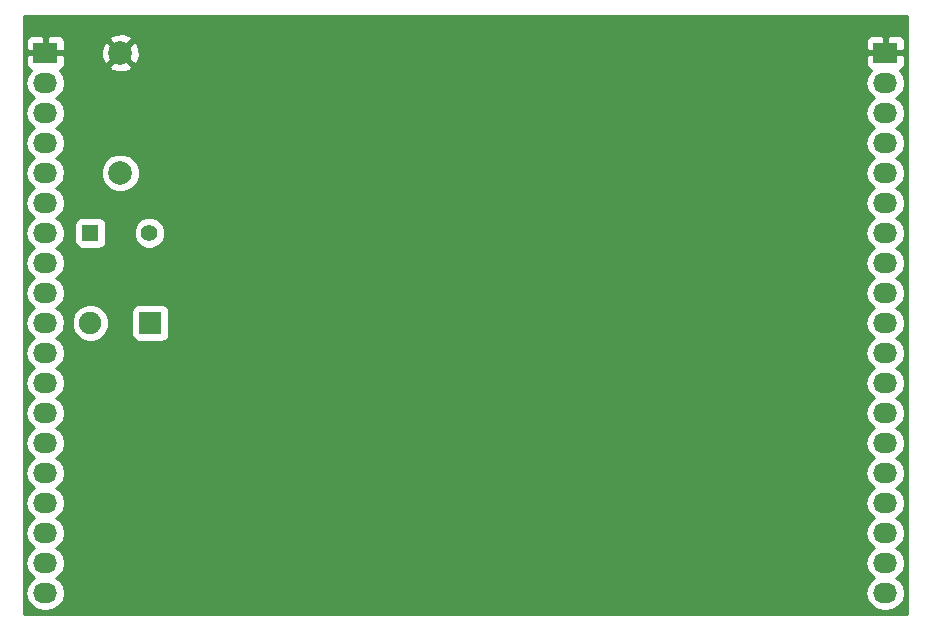
<source format=gbr>
G04 #@! TF.FileFunction,Copper,L2,Bot,Signal*
%FSLAX46Y46*%
G04 Gerber Fmt 4.6, Leading zero omitted, Abs format (unit mm)*
G04 Created by KiCad (PCBNEW 4.0.3+e1-6302~38~ubuntu16.04.1-stable) date Thu Aug 25 17:13:24 2016*
%MOMM*%
%LPD*%
G01*
G04 APERTURE LIST*
%ADD10C,0.100000*%
%ADD11C,1.998980*%
%ADD12R,1.400000X1.400000*%
%ADD13C,1.400000*%
%ADD14R,1.905000X1.905000*%
%ADD15C,1.905000*%
%ADD16R,2.032000X1.727200*%
%ADD17O,2.032000X1.727200*%
%ADD18C,0.254000*%
G04 APERTURE END LIST*
D10*
D11*
X92710000Y-73660000D03*
X92710000Y-63500000D03*
D12*
X90170000Y-78740000D03*
D13*
X95170000Y-78740000D03*
D14*
X95250000Y-86360000D03*
D15*
X90170000Y-86360000D03*
D16*
X86360000Y-63500000D03*
D17*
X86360000Y-66040000D03*
X86360000Y-68580000D03*
X86360000Y-71120000D03*
X86360000Y-73660000D03*
X86360000Y-76200000D03*
X86360000Y-78740000D03*
X86360000Y-81280000D03*
X86360000Y-83820000D03*
X86360000Y-86360000D03*
X86360000Y-88900000D03*
X86360000Y-91440000D03*
X86360000Y-93980000D03*
X86360000Y-96520000D03*
X86360000Y-99060000D03*
X86360000Y-101600000D03*
X86360000Y-104140000D03*
X86360000Y-106680000D03*
X86360000Y-109220000D03*
D16*
X157480000Y-63500000D03*
D17*
X157480000Y-66040000D03*
X157480000Y-68580000D03*
X157480000Y-71120000D03*
X157480000Y-73660000D03*
X157480000Y-76200000D03*
X157480000Y-78740000D03*
X157480000Y-81280000D03*
X157480000Y-83820000D03*
X157480000Y-86360000D03*
X157480000Y-88900000D03*
X157480000Y-91440000D03*
X157480000Y-93980000D03*
X157480000Y-96520000D03*
X157480000Y-99060000D03*
X157480000Y-101600000D03*
X157480000Y-104140000D03*
X157480000Y-106680000D03*
X157480000Y-109220000D03*
D18*
G36*
X159310000Y-111050000D02*
X84530000Y-111050000D01*
X84530000Y-66040000D01*
X84676655Y-66040000D01*
X84790729Y-66613489D01*
X85115585Y-67099670D01*
X85430366Y-67310000D01*
X85115585Y-67520330D01*
X84790729Y-68006511D01*
X84676655Y-68580000D01*
X84790729Y-69153489D01*
X85115585Y-69639670D01*
X85430366Y-69850000D01*
X85115585Y-70060330D01*
X84790729Y-70546511D01*
X84676655Y-71120000D01*
X84790729Y-71693489D01*
X85115585Y-72179670D01*
X85430366Y-72390000D01*
X85115585Y-72600330D01*
X84790729Y-73086511D01*
X84676655Y-73660000D01*
X84790729Y-74233489D01*
X85115585Y-74719670D01*
X85430366Y-74930000D01*
X85115585Y-75140330D01*
X84790729Y-75626511D01*
X84676655Y-76200000D01*
X84790729Y-76773489D01*
X85115585Y-77259670D01*
X85430366Y-77470000D01*
X85115585Y-77680330D01*
X84790729Y-78166511D01*
X84676655Y-78740000D01*
X84790729Y-79313489D01*
X85115585Y-79799670D01*
X85430366Y-80010000D01*
X85115585Y-80220330D01*
X84790729Y-80706511D01*
X84676655Y-81280000D01*
X84790729Y-81853489D01*
X85115585Y-82339670D01*
X85430366Y-82550000D01*
X85115585Y-82760330D01*
X84790729Y-83246511D01*
X84676655Y-83820000D01*
X84790729Y-84393489D01*
X85115585Y-84879670D01*
X85430366Y-85090000D01*
X85115585Y-85300330D01*
X84790729Y-85786511D01*
X84676655Y-86360000D01*
X84790729Y-86933489D01*
X85115585Y-87419670D01*
X85430366Y-87630000D01*
X85115585Y-87840330D01*
X84790729Y-88326511D01*
X84676655Y-88900000D01*
X84790729Y-89473489D01*
X85115585Y-89959670D01*
X85430366Y-90170000D01*
X85115585Y-90380330D01*
X84790729Y-90866511D01*
X84676655Y-91440000D01*
X84790729Y-92013489D01*
X85115585Y-92499670D01*
X85430366Y-92710000D01*
X85115585Y-92920330D01*
X84790729Y-93406511D01*
X84676655Y-93980000D01*
X84790729Y-94553489D01*
X85115585Y-95039670D01*
X85430366Y-95250000D01*
X85115585Y-95460330D01*
X84790729Y-95946511D01*
X84676655Y-96520000D01*
X84790729Y-97093489D01*
X85115585Y-97579670D01*
X85430366Y-97790000D01*
X85115585Y-98000330D01*
X84790729Y-98486511D01*
X84676655Y-99060000D01*
X84790729Y-99633489D01*
X85115585Y-100119670D01*
X85430366Y-100330000D01*
X85115585Y-100540330D01*
X84790729Y-101026511D01*
X84676655Y-101600000D01*
X84790729Y-102173489D01*
X85115585Y-102659670D01*
X85430366Y-102870000D01*
X85115585Y-103080330D01*
X84790729Y-103566511D01*
X84676655Y-104140000D01*
X84790729Y-104713489D01*
X85115585Y-105199670D01*
X85430366Y-105410000D01*
X85115585Y-105620330D01*
X84790729Y-106106511D01*
X84676655Y-106680000D01*
X84790729Y-107253489D01*
X85115585Y-107739670D01*
X85430366Y-107950000D01*
X85115585Y-108160330D01*
X84790729Y-108646511D01*
X84676655Y-109220000D01*
X84790729Y-109793489D01*
X85115585Y-110279670D01*
X85601766Y-110604526D01*
X86175255Y-110718600D01*
X86544745Y-110718600D01*
X87118234Y-110604526D01*
X87604415Y-110279670D01*
X87929271Y-109793489D01*
X88043345Y-109220000D01*
X87929271Y-108646511D01*
X87604415Y-108160330D01*
X87289634Y-107950000D01*
X87604415Y-107739670D01*
X87929271Y-107253489D01*
X88043345Y-106680000D01*
X87929271Y-106106511D01*
X87604415Y-105620330D01*
X87289634Y-105410000D01*
X87604415Y-105199670D01*
X87929271Y-104713489D01*
X88043345Y-104140000D01*
X87929271Y-103566511D01*
X87604415Y-103080330D01*
X87289634Y-102870000D01*
X87604415Y-102659670D01*
X87929271Y-102173489D01*
X88043345Y-101600000D01*
X87929271Y-101026511D01*
X87604415Y-100540330D01*
X87289634Y-100330000D01*
X87604415Y-100119670D01*
X87929271Y-99633489D01*
X88043345Y-99060000D01*
X87929271Y-98486511D01*
X87604415Y-98000330D01*
X87289634Y-97790000D01*
X87604415Y-97579670D01*
X87929271Y-97093489D01*
X88043345Y-96520000D01*
X87929271Y-95946511D01*
X87604415Y-95460330D01*
X87289634Y-95250000D01*
X87604415Y-95039670D01*
X87929271Y-94553489D01*
X88043345Y-93980000D01*
X87929271Y-93406511D01*
X87604415Y-92920330D01*
X87289634Y-92710000D01*
X87604415Y-92499670D01*
X87929271Y-92013489D01*
X88043345Y-91440000D01*
X87929271Y-90866511D01*
X87604415Y-90380330D01*
X87289634Y-90170000D01*
X87604415Y-89959670D01*
X87929271Y-89473489D01*
X88043345Y-88900000D01*
X87929271Y-88326511D01*
X87604415Y-87840330D01*
X87289634Y-87630000D01*
X87604415Y-87419670D01*
X87929271Y-86933489D01*
X87980809Y-86674388D01*
X88582225Y-86674388D01*
X88823398Y-87258072D01*
X89269579Y-87705032D01*
X89852841Y-87947224D01*
X90484388Y-87947775D01*
X91068072Y-87706602D01*
X91515032Y-87260421D01*
X91757224Y-86677159D01*
X91757775Y-86045612D01*
X91516602Y-85461928D01*
X91462269Y-85407500D01*
X93650060Y-85407500D01*
X93650060Y-87312500D01*
X93694338Y-87547817D01*
X93833410Y-87763941D01*
X94045610Y-87908931D01*
X94297500Y-87959940D01*
X96202500Y-87959940D01*
X96437817Y-87915662D01*
X96653941Y-87776590D01*
X96798931Y-87564390D01*
X96849940Y-87312500D01*
X96849940Y-85407500D01*
X96805662Y-85172183D01*
X96666590Y-84956059D01*
X96454390Y-84811069D01*
X96202500Y-84760060D01*
X94297500Y-84760060D01*
X94062183Y-84804338D01*
X93846059Y-84943410D01*
X93701069Y-85155610D01*
X93650060Y-85407500D01*
X91462269Y-85407500D01*
X91070421Y-85014968D01*
X90487159Y-84772776D01*
X89855612Y-84772225D01*
X89271928Y-85013398D01*
X88824968Y-85459579D01*
X88582776Y-86042841D01*
X88582225Y-86674388D01*
X87980809Y-86674388D01*
X88043345Y-86360000D01*
X87929271Y-85786511D01*
X87604415Y-85300330D01*
X87289634Y-85090000D01*
X87604415Y-84879670D01*
X87929271Y-84393489D01*
X88043345Y-83820000D01*
X87929271Y-83246511D01*
X87604415Y-82760330D01*
X87289634Y-82550000D01*
X87604415Y-82339670D01*
X87929271Y-81853489D01*
X88043345Y-81280000D01*
X87929271Y-80706511D01*
X87604415Y-80220330D01*
X87289634Y-80010000D01*
X87604415Y-79799670D01*
X87929271Y-79313489D01*
X88043345Y-78740000D01*
X87929271Y-78166511D01*
X87844739Y-78040000D01*
X88822560Y-78040000D01*
X88822560Y-79440000D01*
X88866838Y-79675317D01*
X89005910Y-79891441D01*
X89218110Y-80036431D01*
X89470000Y-80087440D01*
X90870000Y-80087440D01*
X91105317Y-80043162D01*
X91321441Y-79904090D01*
X91466431Y-79691890D01*
X91517440Y-79440000D01*
X91517440Y-79004383D01*
X93834769Y-79004383D01*
X94037582Y-79495229D01*
X94412796Y-79871098D01*
X94903287Y-80074768D01*
X95434383Y-80075231D01*
X95925229Y-79872418D01*
X96301098Y-79497204D01*
X96504768Y-79006713D01*
X96505231Y-78475617D01*
X96302418Y-77984771D01*
X95927204Y-77608902D01*
X95436713Y-77405232D01*
X94905617Y-77404769D01*
X94414771Y-77607582D01*
X94038902Y-77982796D01*
X93835232Y-78473287D01*
X93834769Y-79004383D01*
X91517440Y-79004383D01*
X91517440Y-78040000D01*
X91473162Y-77804683D01*
X91334090Y-77588559D01*
X91121890Y-77443569D01*
X90870000Y-77392560D01*
X89470000Y-77392560D01*
X89234683Y-77436838D01*
X89018559Y-77575910D01*
X88873569Y-77788110D01*
X88822560Y-78040000D01*
X87844739Y-78040000D01*
X87604415Y-77680330D01*
X87289634Y-77470000D01*
X87604415Y-77259670D01*
X87929271Y-76773489D01*
X88043345Y-76200000D01*
X87929271Y-75626511D01*
X87604415Y-75140330D01*
X87289634Y-74930000D01*
X87604415Y-74719670D01*
X87929271Y-74233489D01*
X87978958Y-73983694D01*
X91075226Y-73983694D01*
X91323538Y-74584655D01*
X91782927Y-75044846D01*
X92383453Y-75294206D01*
X93033694Y-75294774D01*
X93634655Y-75046462D01*
X94094846Y-74587073D01*
X94344206Y-73986547D01*
X94344774Y-73336306D01*
X94096462Y-72735345D01*
X93637073Y-72275154D01*
X93036547Y-72025794D01*
X92386306Y-72025226D01*
X91785345Y-72273538D01*
X91325154Y-72732927D01*
X91075794Y-73333453D01*
X91075226Y-73983694D01*
X87978958Y-73983694D01*
X88043345Y-73660000D01*
X87929271Y-73086511D01*
X87604415Y-72600330D01*
X87289634Y-72390000D01*
X87604415Y-72179670D01*
X87929271Y-71693489D01*
X88043345Y-71120000D01*
X87929271Y-70546511D01*
X87604415Y-70060330D01*
X87289634Y-69850000D01*
X87604415Y-69639670D01*
X87929271Y-69153489D01*
X88043345Y-68580000D01*
X87929271Y-68006511D01*
X87604415Y-67520330D01*
X87289634Y-67310000D01*
X87604415Y-67099670D01*
X87929271Y-66613489D01*
X88043345Y-66040000D01*
X155796655Y-66040000D01*
X155910729Y-66613489D01*
X156235585Y-67099670D01*
X156550366Y-67310000D01*
X156235585Y-67520330D01*
X155910729Y-68006511D01*
X155796655Y-68580000D01*
X155910729Y-69153489D01*
X156235585Y-69639670D01*
X156550366Y-69850000D01*
X156235585Y-70060330D01*
X155910729Y-70546511D01*
X155796655Y-71120000D01*
X155910729Y-71693489D01*
X156235585Y-72179670D01*
X156550366Y-72390000D01*
X156235585Y-72600330D01*
X155910729Y-73086511D01*
X155796655Y-73660000D01*
X155910729Y-74233489D01*
X156235585Y-74719670D01*
X156550366Y-74930000D01*
X156235585Y-75140330D01*
X155910729Y-75626511D01*
X155796655Y-76200000D01*
X155910729Y-76773489D01*
X156235585Y-77259670D01*
X156550366Y-77470000D01*
X156235585Y-77680330D01*
X155910729Y-78166511D01*
X155796655Y-78740000D01*
X155910729Y-79313489D01*
X156235585Y-79799670D01*
X156550366Y-80010000D01*
X156235585Y-80220330D01*
X155910729Y-80706511D01*
X155796655Y-81280000D01*
X155910729Y-81853489D01*
X156235585Y-82339670D01*
X156550366Y-82550000D01*
X156235585Y-82760330D01*
X155910729Y-83246511D01*
X155796655Y-83820000D01*
X155910729Y-84393489D01*
X156235585Y-84879670D01*
X156550366Y-85090000D01*
X156235585Y-85300330D01*
X155910729Y-85786511D01*
X155796655Y-86360000D01*
X155910729Y-86933489D01*
X156235585Y-87419670D01*
X156550366Y-87630000D01*
X156235585Y-87840330D01*
X155910729Y-88326511D01*
X155796655Y-88900000D01*
X155910729Y-89473489D01*
X156235585Y-89959670D01*
X156550366Y-90170000D01*
X156235585Y-90380330D01*
X155910729Y-90866511D01*
X155796655Y-91440000D01*
X155910729Y-92013489D01*
X156235585Y-92499670D01*
X156550366Y-92710000D01*
X156235585Y-92920330D01*
X155910729Y-93406511D01*
X155796655Y-93980000D01*
X155910729Y-94553489D01*
X156235585Y-95039670D01*
X156550366Y-95250000D01*
X156235585Y-95460330D01*
X155910729Y-95946511D01*
X155796655Y-96520000D01*
X155910729Y-97093489D01*
X156235585Y-97579670D01*
X156550366Y-97790000D01*
X156235585Y-98000330D01*
X155910729Y-98486511D01*
X155796655Y-99060000D01*
X155910729Y-99633489D01*
X156235585Y-100119670D01*
X156550366Y-100330000D01*
X156235585Y-100540330D01*
X155910729Y-101026511D01*
X155796655Y-101600000D01*
X155910729Y-102173489D01*
X156235585Y-102659670D01*
X156550366Y-102870000D01*
X156235585Y-103080330D01*
X155910729Y-103566511D01*
X155796655Y-104140000D01*
X155910729Y-104713489D01*
X156235585Y-105199670D01*
X156550366Y-105410000D01*
X156235585Y-105620330D01*
X155910729Y-106106511D01*
X155796655Y-106680000D01*
X155910729Y-107253489D01*
X156235585Y-107739670D01*
X156550366Y-107950000D01*
X156235585Y-108160330D01*
X155910729Y-108646511D01*
X155796655Y-109220000D01*
X155910729Y-109793489D01*
X156235585Y-110279670D01*
X156721766Y-110604526D01*
X157295255Y-110718600D01*
X157664745Y-110718600D01*
X158238234Y-110604526D01*
X158724415Y-110279670D01*
X159049271Y-109793489D01*
X159163345Y-109220000D01*
X159049271Y-108646511D01*
X158724415Y-108160330D01*
X158409634Y-107950000D01*
X158724415Y-107739670D01*
X159049271Y-107253489D01*
X159163345Y-106680000D01*
X159049271Y-106106511D01*
X158724415Y-105620330D01*
X158409634Y-105410000D01*
X158724415Y-105199670D01*
X159049271Y-104713489D01*
X159163345Y-104140000D01*
X159049271Y-103566511D01*
X158724415Y-103080330D01*
X158409634Y-102870000D01*
X158724415Y-102659670D01*
X159049271Y-102173489D01*
X159163345Y-101600000D01*
X159049271Y-101026511D01*
X158724415Y-100540330D01*
X158409634Y-100330000D01*
X158724415Y-100119670D01*
X159049271Y-99633489D01*
X159163345Y-99060000D01*
X159049271Y-98486511D01*
X158724415Y-98000330D01*
X158409634Y-97790000D01*
X158724415Y-97579670D01*
X159049271Y-97093489D01*
X159163345Y-96520000D01*
X159049271Y-95946511D01*
X158724415Y-95460330D01*
X158409634Y-95250000D01*
X158724415Y-95039670D01*
X159049271Y-94553489D01*
X159163345Y-93980000D01*
X159049271Y-93406511D01*
X158724415Y-92920330D01*
X158409634Y-92710000D01*
X158724415Y-92499670D01*
X159049271Y-92013489D01*
X159163345Y-91440000D01*
X159049271Y-90866511D01*
X158724415Y-90380330D01*
X158409634Y-90170000D01*
X158724415Y-89959670D01*
X159049271Y-89473489D01*
X159163345Y-88900000D01*
X159049271Y-88326511D01*
X158724415Y-87840330D01*
X158409634Y-87630000D01*
X158724415Y-87419670D01*
X159049271Y-86933489D01*
X159163345Y-86360000D01*
X159049271Y-85786511D01*
X158724415Y-85300330D01*
X158409634Y-85090000D01*
X158724415Y-84879670D01*
X159049271Y-84393489D01*
X159163345Y-83820000D01*
X159049271Y-83246511D01*
X158724415Y-82760330D01*
X158409634Y-82550000D01*
X158724415Y-82339670D01*
X159049271Y-81853489D01*
X159163345Y-81280000D01*
X159049271Y-80706511D01*
X158724415Y-80220330D01*
X158409634Y-80010000D01*
X158724415Y-79799670D01*
X159049271Y-79313489D01*
X159163345Y-78740000D01*
X159049271Y-78166511D01*
X158724415Y-77680330D01*
X158409634Y-77470000D01*
X158724415Y-77259670D01*
X159049271Y-76773489D01*
X159163345Y-76200000D01*
X159049271Y-75626511D01*
X158724415Y-75140330D01*
X158409634Y-74930000D01*
X158724415Y-74719670D01*
X159049271Y-74233489D01*
X159163345Y-73660000D01*
X159049271Y-73086511D01*
X158724415Y-72600330D01*
X158409634Y-72390000D01*
X158724415Y-72179670D01*
X159049271Y-71693489D01*
X159163345Y-71120000D01*
X159049271Y-70546511D01*
X158724415Y-70060330D01*
X158409634Y-69850000D01*
X158724415Y-69639670D01*
X159049271Y-69153489D01*
X159163345Y-68580000D01*
X159049271Y-68006511D01*
X158724415Y-67520330D01*
X158409634Y-67310000D01*
X158724415Y-67099670D01*
X159049271Y-66613489D01*
X159163345Y-66040000D01*
X159049271Y-65466511D01*
X158724415Y-64980330D01*
X158702220Y-64965500D01*
X158855699Y-64901927D01*
X159034327Y-64723298D01*
X159131000Y-64489909D01*
X159131000Y-63785750D01*
X158972250Y-63627000D01*
X157607000Y-63627000D01*
X157607000Y-63647000D01*
X157353000Y-63647000D01*
X157353000Y-63627000D01*
X155987750Y-63627000D01*
X155829000Y-63785750D01*
X155829000Y-64489909D01*
X155925673Y-64723298D01*
X156104301Y-64901927D01*
X156257780Y-64965500D01*
X156235585Y-64980330D01*
X155910729Y-65466511D01*
X155796655Y-66040000D01*
X88043345Y-66040000D01*
X87929271Y-65466511D01*
X87604415Y-64980330D01*
X87582220Y-64965500D01*
X87735699Y-64901927D01*
X87914327Y-64723298D01*
X87943792Y-64652163D01*
X91737443Y-64652163D01*
X91836042Y-64918965D01*
X92445582Y-65145401D01*
X93095377Y-65121341D01*
X93583958Y-64918965D01*
X93682557Y-64652163D01*
X92710000Y-63679605D01*
X91737443Y-64652163D01*
X87943792Y-64652163D01*
X88011000Y-64489909D01*
X88011000Y-63785750D01*
X87852250Y-63627000D01*
X86487000Y-63627000D01*
X86487000Y-63647000D01*
X86233000Y-63647000D01*
X86233000Y-63627000D01*
X84867750Y-63627000D01*
X84709000Y-63785750D01*
X84709000Y-64489909D01*
X84805673Y-64723298D01*
X84984301Y-64901927D01*
X85137780Y-64965500D01*
X85115585Y-64980330D01*
X84790729Y-65466511D01*
X84676655Y-66040000D01*
X84530000Y-66040000D01*
X84530000Y-62510091D01*
X84709000Y-62510091D01*
X84709000Y-63214250D01*
X84867750Y-63373000D01*
X86233000Y-63373000D01*
X86233000Y-62160150D01*
X86487000Y-62160150D01*
X86487000Y-63373000D01*
X87852250Y-63373000D01*
X87989668Y-63235582D01*
X91064599Y-63235582D01*
X91088659Y-63885377D01*
X91291035Y-64373958D01*
X91557837Y-64472557D01*
X92530395Y-63500000D01*
X92889605Y-63500000D01*
X93862163Y-64472557D01*
X94128965Y-64373958D01*
X94355401Y-63764418D01*
X94331341Y-63114623D01*
X94128965Y-62626042D01*
X93862163Y-62527443D01*
X92889605Y-63500000D01*
X92530395Y-63500000D01*
X91557837Y-62527443D01*
X91291035Y-62626042D01*
X91064599Y-63235582D01*
X87989668Y-63235582D01*
X88011000Y-63214250D01*
X88011000Y-62510091D01*
X87943793Y-62347837D01*
X91737443Y-62347837D01*
X92710000Y-63320395D01*
X93520303Y-62510091D01*
X155829000Y-62510091D01*
X155829000Y-63214250D01*
X155987750Y-63373000D01*
X157353000Y-63373000D01*
X157353000Y-62160150D01*
X157607000Y-62160150D01*
X157607000Y-63373000D01*
X158972250Y-63373000D01*
X159131000Y-63214250D01*
X159131000Y-62510091D01*
X159034327Y-62276702D01*
X158855699Y-62098073D01*
X158622310Y-62001400D01*
X157765750Y-62001400D01*
X157607000Y-62160150D01*
X157353000Y-62160150D01*
X157194250Y-62001400D01*
X156337690Y-62001400D01*
X156104301Y-62098073D01*
X155925673Y-62276702D01*
X155829000Y-62510091D01*
X93520303Y-62510091D01*
X93682557Y-62347837D01*
X93583958Y-62081035D01*
X92974418Y-61854599D01*
X92324623Y-61878659D01*
X91836042Y-62081035D01*
X91737443Y-62347837D01*
X87943793Y-62347837D01*
X87914327Y-62276702D01*
X87735699Y-62098073D01*
X87502310Y-62001400D01*
X86645750Y-62001400D01*
X86487000Y-62160150D01*
X86233000Y-62160150D01*
X86074250Y-62001400D01*
X85217690Y-62001400D01*
X84984301Y-62098073D01*
X84805673Y-62276702D01*
X84709000Y-62510091D01*
X84530000Y-62510091D01*
X84530000Y-60400000D01*
X159310000Y-60400000D01*
X159310000Y-111050000D01*
X159310000Y-111050000D01*
G37*
X159310000Y-111050000D02*
X84530000Y-111050000D01*
X84530000Y-66040000D01*
X84676655Y-66040000D01*
X84790729Y-66613489D01*
X85115585Y-67099670D01*
X85430366Y-67310000D01*
X85115585Y-67520330D01*
X84790729Y-68006511D01*
X84676655Y-68580000D01*
X84790729Y-69153489D01*
X85115585Y-69639670D01*
X85430366Y-69850000D01*
X85115585Y-70060330D01*
X84790729Y-70546511D01*
X84676655Y-71120000D01*
X84790729Y-71693489D01*
X85115585Y-72179670D01*
X85430366Y-72390000D01*
X85115585Y-72600330D01*
X84790729Y-73086511D01*
X84676655Y-73660000D01*
X84790729Y-74233489D01*
X85115585Y-74719670D01*
X85430366Y-74930000D01*
X85115585Y-75140330D01*
X84790729Y-75626511D01*
X84676655Y-76200000D01*
X84790729Y-76773489D01*
X85115585Y-77259670D01*
X85430366Y-77470000D01*
X85115585Y-77680330D01*
X84790729Y-78166511D01*
X84676655Y-78740000D01*
X84790729Y-79313489D01*
X85115585Y-79799670D01*
X85430366Y-80010000D01*
X85115585Y-80220330D01*
X84790729Y-80706511D01*
X84676655Y-81280000D01*
X84790729Y-81853489D01*
X85115585Y-82339670D01*
X85430366Y-82550000D01*
X85115585Y-82760330D01*
X84790729Y-83246511D01*
X84676655Y-83820000D01*
X84790729Y-84393489D01*
X85115585Y-84879670D01*
X85430366Y-85090000D01*
X85115585Y-85300330D01*
X84790729Y-85786511D01*
X84676655Y-86360000D01*
X84790729Y-86933489D01*
X85115585Y-87419670D01*
X85430366Y-87630000D01*
X85115585Y-87840330D01*
X84790729Y-88326511D01*
X84676655Y-88900000D01*
X84790729Y-89473489D01*
X85115585Y-89959670D01*
X85430366Y-90170000D01*
X85115585Y-90380330D01*
X84790729Y-90866511D01*
X84676655Y-91440000D01*
X84790729Y-92013489D01*
X85115585Y-92499670D01*
X85430366Y-92710000D01*
X85115585Y-92920330D01*
X84790729Y-93406511D01*
X84676655Y-93980000D01*
X84790729Y-94553489D01*
X85115585Y-95039670D01*
X85430366Y-95250000D01*
X85115585Y-95460330D01*
X84790729Y-95946511D01*
X84676655Y-96520000D01*
X84790729Y-97093489D01*
X85115585Y-97579670D01*
X85430366Y-97790000D01*
X85115585Y-98000330D01*
X84790729Y-98486511D01*
X84676655Y-99060000D01*
X84790729Y-99633489D01*
X85115585Y-100119670D01*
X85430366Y-100330000D01*
X85115585Y-100540330D01*
X84790729Y-101026511D01*
X84676655Y-101600000D01*
X84790729Y-102173489D01*
X85115585Y-102659670D01*
X85430366Y-102870000D01*
X85115585Y-103080330D01*
X84790729Y-103566511D01*
X84676655Y-104140000D01*
X84790729Y-104713489D01*
X85115585Y-105199670D01*
X85430366Y-105410000D01*
X85115585Y-105620330D01*
X84790729Y-106106511D01*
X84676655Y-106680000D01*
X84790729Y-107253489D01*
X85115585Y-107739670D01*
X85430366Y-107950000D01*
X85115585Y-108160330D01*
X84790729Y-108646511D01*
X84676655Y-109220000D01*
X84790729Y-109793489D01*
X85115585Y-110279670D01*
X85601766Y-110604526D01*
X86175255Y-110718600D01*
X86544745Y-110718600D01*
X87118234Y-110604526D01*
X87604415Y-110279670D01*
X87929271Y-109793489D01*
X88043345Y-109220000D01*
X87929271Y-108646511D01*
X87604415Y-108160330D01*
X87289634Y-107950000D01*
X87604415Y-107739670D01*
X87929271Y-107253489D01*
X88043345Y-106680000D01*
X87929271Y-106106511D01*
X87604415Y-105620330D01*
X87289634Y-105410000D01*
X87604415Y-105199670D01*
X87929271Y-104713489D01*
X88043345Y-104140000D01*
X87929271Y-103566511D01*
X87604415Y-103080330D01*
X87289634Y-102870000D01*
X87604415Y-102659670D01*
X87929271Y-102173489D01*
X88043345Y-101600000D01*
X87929271Y-101026511D01*
X87604415Y-100540330D01*
X87289634Y-100330000D01*
X87604415Y-100119670D01*
X87929271Y-99633489D01*
X88043345Y-99060000D01*
X87929271Y-98486511D01*
X87604415Y-98000330D01*
X87289634Y-97790000D01*
X87604415Y-97579670D01*
X87929271Y-97093489D01*
X88043345Y-96520000D01*
X87929271Y-95946511D01*
X87604415Y-95460330D01*
X87289634Y-95250000D01*
X87604415Y-95039670D01*
X87929271Y-94553489D01*
X88043345Y-93980000D01*
X87929271Y-93406511D01*
X87604415Y-92920330D01*
X87289634Y-92710000D01*
X87604415Y-92499670D01*
X87929271Y-92013489D01*
X88043345Y-91440000D01*
X87929271Y-90866511D01*
X87604415Y-90380330D01*
X87289634Y-90170000D01*
X87604415Y-89959670D01*
X87929271Y-89473489D01*
X88043345Y-88900000D01*
X87929271Y-88326511D01*
X87604415Y-87840330D01*
X87289634Y-87630000D01*
X87604415Y-87419670D01*
X87929271Y-86933489D01*
X87980809Y-86674388D01*
X88582225Y-86674388D01*
X88823398Y-87258072D01*
X89269579Y-87705032D01*
X89852841Y-87947224D01*
X90484388Y-87947775D01*
X91068072Y-87706602D01*
X91515032Y-87260421D01*
X91757224Y-86677159D01*
X91757775Y-86045612D01*
X91516602Y-85461928D01*
X91462269Y-85407500D01*
X93650060Y-85407500D01*
X93650060Y-87312500D01*
X93694338Y-87547817D01*
X93833410Y-87763941D01*
X94045610Y-87908931D01*
X94297500Y-87959940D01*
X96202500Y-87959940D01*
X96437817Y-87915662D01*
X96653941Y-87776590D01*
X96798931Y-87564390D01*
X96849940Y-87312500D01*
X96849940Y-85407500D01*
X96805662Y-85172183D01*
X96666590Y-84956059D01*
X96454390Y-84811069D01*
X96202500Y-84760060D01*
X94297500Y-84760060D01*
X94062183Y-84804338D01*
X93846059Y-84943410D01*
X93701069Y-85155610D01*
X93650060Y-85407500D01*
X91462269Y-85407500D01*
X91070421Y-85014968D01*
X90487159Y-84772776D01*
X89855612Y-84772225D01*
X89271928Y-85013398D01*
X88824968Y-85459579D01*
X88582776Y-86042841D01*
X88582225Y-86674388D01*
X87980809Y-86674388D01*
X88043345Y-86360000D01*
X87929271Y-85786511D01*
X87604415Y-85300330D01*
X87289634Y-85090000D01*
X87604415Y-84879670D01*
X87929271Y-84393489D01*
X88043345Y-83820000D01*
X87929271Y-83246511D01*
X87604415Y-82760330D01*
X87289634Y-82550000D01*
X87604415Y-82339670D01*
X87929271Y-81853489D01*
X88043345Y-81280000D01*
X87929271Y-80706511D01*
X87604415Y-80220330D01*
X87289634Y-80010000D01*
X87604415Y-79799670D01*
X87929271Y-79313489D01*
X88043345Y-78740000D01*
X87929271Y-78166511D01*
X87844739Y-78040000D01*
X88822560Y-78040000D01*
X88822560Y-79440000D01*
X88866838Y-79675317D01*
X89005910Y-79891441D01*
X89218110Y-80036431D01*
X89470000Y-80087440D01*
X90870000Y-80087440D01*
X91105317Y-80043162D01*
X91321441Y-79904090D01*
X91466431Y-79691890D01*
X91517440Y-79440000D01*
X91517440Y-79004383D01*
X93834769Y-79004383D01*
X94037582Y-79495229D01*
X94412796Y-79871098D01*
X94903287Y-80074768D01*
X95434383Y-80075231D01*
X95925229Y-79872418D01*
X96301098Y-79497204D01*
X96504768Y-79006713D01*
X96505231Y-78475617D01*
X96302418Y-77984771D01*
X95927204Y-77608902D01*
X95436713Y-77405232D01*
X94905617Y-77404769D01*
X94414771Y-77607582D01*
X94038902Y-77982796D01*
X93835232Y-78473287D01*
X93834769Y-79004383D01*
X91517440Y-79004383D01*
X91517440Y-78040000D01*
X91473162Y-77804683D01*
X91334090Y-77588559D01*
X91121890Y-77443569D01*
X90870000Y-77392560D01*
X89470000Y-77392560D01*
X89234683Y-77436838D01*
X89018559Y-77575910D01*
X88873569Y-77788110D01*
X88822560Y-78040000D01*
X87844739Y-78040000D01*
X87604415Y-77680330D01*
X87289634Y-77470000D01*
X87604415Y-77259670D01*
X87929271Y-76773489D01*
X88043345Y-76200000D01*
X87929271Y-75626511D01*
X87604415Y-75140330D01*
X87289634Y-74930000D01*
X87604415Y-74719670D01*
X87929271Y-74233489D01*
X87978958Y-73983694D01*
X91075226Y-73983694D01*
X91323538Y-74584655D01*
X91782927Y-75044846D01*
X92383453Y-75294206D01*
X93033694Y-75294774D01*
X93634655Y-75046462D01*
X94094846Y-74587073D01*
X94344206Y-73986547D01*
X94344774Y-73336306D01*
X94096462Y-72735345D01*
X93637073Y-72275154D01*
X93036547Y-72025794D01*
X92386306Y-72025226D01*
X91785345Y-72273538D01*
X91325154Y-72732927D01*
X91075794Y-73333453D01*
X91075226Y-73983694D01*
X87978958Y-73983694D01*
X88043345Y-73660000D01*
X87929271Y-73086511D01*
X87604415Y-72600330D01*
X87289634Y-72390000D01*
X87604415Y-72179670D01*
X87929271Y-71693489D01*
X88043345Y-71120000D01*
X87929271Y-70546511D01*
X87604415Y-70060330D01*
X87289634Y-69850000D01*
X87604415Y-69639670D01*
X87929271Y-69153489D01*
X88043345Y-68580000D01*
X87929271Y-68006511D01*
X87604415Y-67520330D01*
X87289634Y-67310000D01*
X87604415Y-67099670D01*
X87929271Y-66613489D01*
X88043345Y-66040000D01*
X155796655Y-66040000D01*
X155910729Y-66613489D01*
X156235585Y-67099670D01*
X156550366Y-67310000D01*
X156235585Y-67520330D01*
X155910729Y-68006511D01*
X155796655Y-68580000D01*
X155910729Y-69153489D01*
X156235585Y-69639670D01*
X156550366Y-69850000D01*
X156235585Y-70060330D01*
X155910729Y-70546511D01*
X155796655Y-71120000D01*
X155910729Y-71693489D01*
X156235585Y-72179670D01*
X156550366Y-72390000D01*
X156235585Y-72600330D01*
X155910729Y-73086511D01*
X155796655Y-73660000D01*
X155910729Y-74233489D01*
X156235585Y-74719670D01*
X156550366Y-74930000D01*
X156235585Y-75140330D01*
X155910729Y-75626511D01*
X155796655Y-76200000D01*
X155910729Y-76773489D01*
X156235585Y-77259670D01*
X156550366Y-77470000D01*
X156235585Y-77680330D01*
X155910729Y-78166511D01*
X155796655Y-78740000D01*
X155910729Y-79313489D01*
X156235585Y-79799670D01*
X156550366Y-80010000D01*
X156235585Y-80220330D01*
X155910729Y-80706511D01*
X155796655Y-81280000D01*
X155910729Y-81853489D01*
X156235585Y-82339670D01*
X156550366Y-82550000D01*
X156235585Y-82760330D01*
X155910729Y-83246511D01*
X155796655Y-83820000D01*
X155910729Y-84393489D01*
X156235585Y-84879670D01*
X156550366Y-85090000D01*
X156235585Y-85300330D01*
X155910729Y-85786511D01*
X155796655Y-86360000D01*
X155910729Y-86933489D01*
X156235585Y-87419670D01*
X156550366Y-87630000D01*
X156235585Y-87840330D01*
X155910729Y-88326511D01*
X155796655Y-88900000D01*
X155910729Y-89473489D01*
X156235585Y-89959670D01*
X156550366Y-90170000D01*
X156235585Y-90380330D01*
X155910729Y-90866511D01*
X155796655Y-91440000D01*
X155910729Y-92013489D01*
X156235585Y-92499670D01*
X156550366Y-92710000D01*
X156235585Y-92920330D01*
X155910729Y-93406511D01*
X155796655Y-93980000D01*
X155910729Y-94553489D01*
X156235585Y-95039670D01*
X156550366Y-95250000D01*
X156235585Y-95460330D01*
X155910729Y-95946511D01*
X155796655Y-96520000D01*
X155910729Y-97093489D01*
X156235585Y-97579670D01*
X156550366Y-97790000D01*
X156235585Y-98000330D01*
X155910729Y-98486511D01*
X155796655Y-99060000D01*
X155910729Y-99633489D01*
X156235585Y-100119670D01*
X156550366Y-100330000D01*
X156235585Y-100540330D01*
X155910729Y-101026511D01*
X155796655Y-101600000D01*
X155910729Y-102173489D01*
X156235585Y-102659670D01*
X156550366Y-102870000D01*
X156235585Y-103080330D01*
X155910729Y-103566511D01*
X155796655Y-104140000D01*
X155910729Y-104713489D01*
X156235585Y-105199670D01*
X156550366Y-105410000D01*
X156235585Y-105620330D01*
X155910729Y-106106511D01*
X155796655Y-106680000D01*
X155910729Y-107253489D01*
X156235585Y-107739670D01*
X156550366Y-107950000D01*
X156235585Y-108160330D01*
X155910729Y-108646511D01*
X155796655Y-109220000D01*
X155910729Y-109793489D01*
X156235585Y-110279670D01*
X156721766Y-110604526D01*
X157295255Y-110718600D01*
X157664745Y-110718600D01*
X158238234Y-110604526D01*
X158724415Y-110279670D01*
X159049271Y-109793489D01*
X159163345Y-109220000D01*
X159049271Y-108646511D01*
X158724415Y-108160330D01*
X158409634Y-107950000D01*
X158724415Y-107739670D01*
X159049271Y-107253489D01*
X159163345Y-106680000D01*
X159049271Y-106106511D01*
X158724415Y-105620330D01*
X158409634Y-105410000D01*
X158724415Y-105199670D01*
X159049271Y-104713489D01*
X159163345Y-104140000D01*
X159049271Y-103566511D01*
X158724415Y-103080330D01*
X158409634Y-102870000D01*
X158724415Y-102659670D01*
X159049271Y-102173489D01*
X159163345Y-101600000D01*
X159049271Y-101026511D01*
X158724415Y-100540330D01*
X158409634Y-100330000D01*
X158724415Y-100119670D01*
X159049271Y-99633489D01*
X159163345Y-99060000D01*
X159049271Y-98486511D01*
X158724415Y-98000330D01*
X158409634Y-97790000D01*
X158724415Y-97579670D01*
X159049271Y-97093489D01*
X159163345Y-96520000D01*
X159049271Y-95946511D01*
X158724415Y-95460330D01*
X158409634Y-95250000D01*
X158724415Y-95039670D01*
X159049271Y-94553489D01*
X159163345Y-93980000D01*
X159049271Y-93406511D01*
X158724415Y-92920330D01*
X158409634Y-92710000D01*
X158724415Y-92499670D01*
X159049271Y-92013489D01*
X159163345Y-91440000D01*
X159049271Y-90866511D01*
X158724415Y-90380330D01*
X158409634Y-90170000D01*
X158724415Y-89959670D01*
X159049271Y-89473489D01*
X159163345Y-88900000D01*
X159049271Y-88326511D01*
X158724415Y-87840330D01*
X158409634Y-87630000D01*
X158724415Y-87419670D01*
X159049271Y-86933489D01*
X159163345Y-86360000D01*
X159049271Y-85786511D01*
X158724415Y-85300330D01*
X158409634Y-85090000D01*
X158724415Y-84879670D01*
X159049271Y-84393489D01*
X159163345Y-83820000D01*
X159049271Y-83246511D01*
X158724415Y-82760330D01*
X158409634Y-82550000D01*
X158724415Y-82339670D01*
X159049271Y-81853489D01*
X159163345Y-81280000D01*
X159049271Y-80706511D01*
X158724415Y-80220330D01*
X158409634Y-80010000D01*
X158724415Y-79799670D01*
X159049271Y-79313489D01*
X159163345Y-78740000D01*
X159049271Y-78166511D01*
X158724415Y-77680330D01*
X158409634Y-77470000D01*
X158724415Y-77259670D01*
X159049271Y-76773489D01*
X159163345Y-76200000D01*
X159049271Y-75626511D01*
X158724415Y-75140330D01*
X158409634Y-74930000D01*
X158724415Y-74719670D01*
X159049271Y-74233489D01*
X159163345Y-73660000D01*
X159049271Y-73086511D01*
X158724415Y-72600330D01*
X158409634Y-72390000D01*
X158724415Y-72179670D01*
X159049271Y-71693489D01*
X159163345Y-71120000D01*
X159049271Y-70546511D01*
X158724415Y-70060330D01*
X158409634Y-69850000D01*
X158724415Y-69639670D01*
X159049271Y-69153489D01*
X159163345Y-68580000D01*
X159049271Y-68006511D01*
X158724415Y-67520330D01*
X158409634Y-67310000D01*
X158724415Y-67099670D01*
X159049271Y-66613489D01*
X159163345Y-66040000D01*
X159049271Y-65466511D01*
X158724415Y-64980330D01*
X158702220Y-64965500D01*
X158855699Y-64901927D01*
X159034327Y-64723298D01*
X159131000Y-64489909D01*
X159131000Y-63785750D01*
X158972250Y-63627000D01*
X157607000Y-63627000D01*
X157607000Y-63647000D01*
X157353000Y-63647000D01*
X157353000Y-63627000D01*
X155987750Y-63627000D01*
X155829000Y-63785750D01*
X155829000Y-64489909D01*
X155925673Y-64723298D01*
X156104301Y-64901927D01*
X156257780Y-64965500D01*
X156235585Y-64980330D01*
X155910729Y-65466511D01*
X155796655Y-66040000D01*
X88043345Y-66040000D01*
X87929271Y-65466511D01*
X87604415Y-64980330D01*
X87582220Y-64965500D01*
X87735699Y-64901927D01*
X87914327Y-64723298D01*
X87943792Y-64652163D01*
X91737443Y-64652163D01*
X91836042Y-64918965D01*
X92445582Y-65145401D01*
X93095377Y-65121341D01*
X93583958Y-64918965D01*
X93682557Y-64652163D01*
X92710000Y-63679605D01*
X91737443Y-64652163D01*
X87943792Y-64652163D01*
X88011000Y-64489909D01*
X88011000Y-63785750D01*
X87852250Y-63627000D01*
X86487000Y-63627000D01*
X86487000Y-63647000D01*
X86233000Y-63647000D01*
X86233000Y-63627000D01*
X84867750Y-63627000D01*
X84709000Y-63785750D01*
X84709000Y-64489909D01*
X84805673Y-64723298D01*
X84984301Y-64901927D01*
X85137780Y-64965500D01*
X85115585Y-64980330D01*
X84790729Y-65466511D01*
X84676655Y-66040000D01*
X84530000Y-66040000D01*
X84530000Y-62510091D01*
X84709000Y-62510091D01*
X84709000Y-63214250D01*
X84867750Y-63373000D01*
X86233000Y-63373000D01*
X86233000Y-62160150D01*
X86487000Y-62160150D01*
X86487000Y-63373000D01*
X87852250Y-63373000D01*
X87989668Y-63235582D01*
X91064599Y-63235582D01*
X91088659Y-63885377D01*
X91291035Y-64373958D01*
X91557837Y-64472557D01*
X92530395Y-63500000D01*
X92889605Y-63500000D01*
X93862163Y-64472557D01*
X94128965Y-64373958D01*
X94355401Y-63764418D01*
X94331341Y-63114623D01*
X94128965Y-62626042D01*
X93862163Y-62527443D01*
X92889605Y-63500000D01*
X92530395Y-63500000D01*
X91557837Y-62527443D01*
X91291035Y-62626042D01*
X91064599Y-63235582D01*
X87989668Y-63235582D01*
X88011000Y-63214250D01*
X88011000Y-62510091D01*
X87943793Y-62347837D01*
X91737443Y-62347837D01*
X92710000Y-63320395D01*
X93520303Y-62510091D01*
X155829000Y-62510091D01*
X155829000Y-63214250D01*
X155987750Y-63373000D01*
X157353000Y-63373000D01*
X157353000Y-62160150D01*
X157607000Y-62160150D01*
X157607000Y-63373000D01*
X158972250Y-63373000D01*
X159131000Y-63214250D01*
X159131000Y-62510091D01*
X159034327Y-62276702D01*
X158855699Y-62098073D01*
X158622310Y-62001400D01*
X157765750Y-62001400D01*
X157607000Y-62160150D01*
X157353000Y-62160150D01*
X157194250Y-62001400D01*
X156337690Y-62001400D01*
X156104301Y-62098073D01*
X155925673Y-62276702D01*
X155829000Y-62510091D01*
X93520303Y-62510091D01*
X93682557Y-62347837D01*
X93583958Y-62081035D01*
X92974418Y-61854599D01*
X92324623Y-61878659D01*
X91836042Y-62081035D01*
X91737443Y-62347837D01*
X87943793Y-62347837D01*
X87914327Y-62276702D01*
X87735699Y-62098073D01*
X87502310Y-62001400D01*
X86645750Y-62001400D01*
X86487000Y-62160150D01*
X86233000Y-62160150D01*
X86074250Y-62001400D01*
X85217690Y-62001400D01*
X84984301Y-62098073D01*
X84805673Y-62276702D01*
X84709000Y-62510091D01*
X84530000Y-62510091D01*
X84530000Y-60400000D01*
X159310000Y-60400000D01*
X159310000Y-111050000D01*
M02*

</source>
